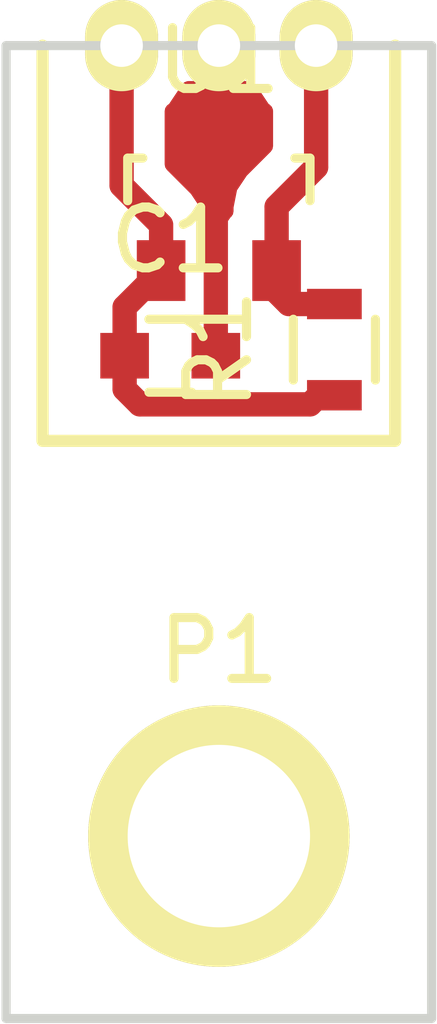
<source format=kicad_pcb>
(kicad_pcb (version 4) (host pcbnew 4.0.0-stable)

  (general
    (links 7)
    (no_connects 0)
    (area 108.924999 78.424999 116.075001 94.575001)
    (thickness 1.6)
    (drawings 14)
    (tracks 20)
    (zones 0)
    (modules 5)
    (nets 4)
  )

  (page A4)
  (layers
    (0 F.Cu signal)
    (31 B.Cu signal)
    (32 B.Adhes user)
    (33 F.Adhes user)
    (34 B.Paste user)
    (35 F.Paste user)
    (36 B.SilkS user)
    (37 F.SilkS user)
    (38 B.Mask user)
    (39 F.Mask user)
    (40 Dwgs.User user)
    (41 Cmts.User user)
    (42 Eco1.User user)
    (43 Eco2.User user)
    (44 Edge.Cuts user)
    (45 Margin user)
    (46 B.CrtYd user)
    (47 F.CrtYd user)
    (48 B.Fab user)
    (49 F.Fab user)
  )

  (setup
    (last_trace_width 0.25)
    (user_trace_width 0.4)
    (user_trace_width 0.6)
    (trace_clearance 0.2)
    (zone_clearance 0.508)
    (zone_45_only no)
    (trace_min 0.2)
    (segment_width 0.2)
    (edge_width 0.15)
    (via_size 0.6)
    (via_drill 0.4)
    (via_min_size 0.4)
    (via_min_drill 0.3)
    (uvia_size 0.3)
    (uvia_drill 0.1)
    (uvias_allowed no)
    (uvia_min_size 0.2)
    (uvia_min_drill 0.1)
    (pcb_text_width 0.3)
    (pcb_text_size 1.5 1.5)
    (mod_edge_width 0.15)
    (mod_text_size 1 1)
    (mod_text_width 0.15)
    (pad_size 4.3 4.3)
    (pad_drill 3)
    (pad_to_mask_clearance 0.2)
    (aux_axis_origin 109 78.5)
    (grid_origin 109 78.5)
    (visible_elements 7FFFFF9F)
    (pcbplotparams
      (layerselection 0x010c0_80000001)
      (usegerberextensions true)
      (excludeedgelayer true)
      (linewidth 0.100000)
      (plotframeref false)
      (viasonmask false)
      (mode 1)
      (useauxorigin true)
      (hpglpennumber 1)
      (hpglpenspeed 20)
      (hpglpendiameter 15)
      (hpglpenoverlay 2)
      (psnegative false)
      (psa4output false)
      (plotreference false)
      (plotvalue false)
      (plotinvisibletext false)
      (padsonsilk false)
      (subtractmaskfromsilk true)
      (outputformat 1)
      (mirror false)
      (drillshape 0)
      (scaleselection 1)
      (outputdirectory gerber/))
  )

  (net 0 "")
  (net 1 VCC)
  (net 2 GND)
  (net 3 /out)

  (net_class Default "This is the default net class."
    (clearance 0.2)
    (trace_width 0.25)
    (via_dia 0.6)
    (via_drill 0.4)
    (uvia_dia 0.3)
    (uvia_drill 0.1)
    (add_net /out)
    (add_net GND)
    (add_net VCC)
  )

  (module Pin_Headers:Pin_Header_Angled_1x03 (layer F.Cu) (tedit 56672F1D) (tstamp 56672725)
    (at 112.5 78.5 90)
    (descr "Through hole pin header")
    (tags "pin header")
    (path /5667232D)
    (fp_text reference P2 (at 0 -5.1 90) (layer F.SilkS)
      (effects (font (size 1 1) (thickness 0.15)))
    )
    (fp_text value "Side conns" (at 0 -3.1 90) (layer F.Fab)
      (effects (font (size 1 1) (thickness 0.15)))
    )
    (pad 1 thru_hole oval (at 0 -1.6 90) (size 1.5 1.2) (drill 0.7) (layers *.Cu *.Mask F.SilkS)
      (net 1 VCC))
    (pad 2 thru_hole oval (at 0 0 90) (size 1.5 1.2) (drill 0.7) (layers *.Cu *.Mask F.SilkS)
      (net 2 GND))
    (pad 3 thru_hole oval (at 0 1.6 90) (size 1.5 1.2) (drill 0.7) (layers *.Cu *.Mask F.SilkS)
      (net 3 /out))
    (model Pin_Headers.3dshapes/Pin_Header_Angled_1x03.wrl
      (at (xyz 0 -0.1 0))
      (scale (xyz 1 1 1))
      (rotate (xyz 0 0 90))
    )
  )

  (module Connect:1pin (layer F.Cu) (tedit 56672E13) (tstamp 5667271E)
    (at 112.5 91.5)
    (descr "module 1 pin (ou trou mecanique de percage)")
    (tags DEV)
    (path /566724B9)
    (fp_text reference P1 (at 0 -3.048) (layer F.SilkS)
      (effects (font (size 1 1) (thickness 0.15)))
    )
    (fp_text value "Screw hole" (at 0.1 -3) (layer F.Fab)
      (effects (font (size 1 1) (thickness 0.15)))
    )
    (pad 1 thru_hole circle (at 0 0) (size 4.3 4.3) (drill 3) (layers *.Cu *.Mask F.SilkS))
  )

  (module Capacitors_SMD:C_0603 (layer F.Cu) (tedit 5415D631) (tstamp 56672719)
    (at 111.7 83.6)
    (descr "Capacitor SMD 0603, reflow soldering, AVX (see smccp.pdf)")
    (tags "capacitor 0603")
    (path /56671F0C)
    (attr smd)
    (fp_text reference C1 (at 0 -1.9) (layer F.SilkS)
      (effects (font (size 1 1) (thickness 0.15)))
    )
    (fp_text value 100n (at 0 1.9) (layer F.Fab)
      (effects (font (size 1 1) (thickness 0.15)))
    )
    (fp_line (start -1.45 -0.75) (end 1.45 -0.75) (layer F.CrtYd) (width 0.05))
    (fp_line (start -1.45 0.75) (end 1.45 0.75) (layer F.CrtYd) (width 0.05))
    (fp_line (start -1.45 -0.75) (end -1.45 0.75) (layer F.CrtYd) (width 0.05))
    (fp_line (start 1.45 -0.75) (end 1.45 0.75) (layer F.CrtYd) (width 0.05))
    (fp_line (start -0.35 -0.6) (end 0.35 -0.6) (layer F.SilkS) (width 0.15))
    (fp_line (start 0.35 0.6) (end -0.35 0.6) (layer F.SilkS) (width 0.15))
    (pad 1 smd rect (at -0.75 0) (size 0.8 0.75) (layers F.Cu F.Paste F.Mask)
      (net 1 VCC))
    (pad 2 smd rect (at 0.75 0) (size 0.8 0.75) (layers F.Cu F.Paste F.Mask)
      (net 2 GND))
    (model Capacitors_SMD.3dshapes/C_0603.wrl
      (at (xyz 0 0 0))
      (scale (xyz 1 1 1))
      (rotate (xyz 0 0 0))
    )
  )

  (module Resistors_SMD:R_0603 (layer F.Cu) (tedit 5415CC62) (tstamp 5667272B)
    (at 114.4 83.5 90)
    (descr "Resistor SMD 0603, reflow soldering, Vishay (see dcrcw.pdf)")
    (tags "resistor 0603")
    (path /56671E90)
    (attr smd)
    (fp_text reference R1 (at 0 -1.9 90) (layer F.SilkS)
      (effects (font (size 1 1) (thickness 0.15)))
    )
    (fp_text value 10k (at 0 1.9 90) (layer F.Fab)
      (effects (font (size 1 1) (thickness 0.15)))
    )
    (fp_line (start -1.3 -0.8) (end 1.3 -0.8) (layer F.CrtYd) (width 0.05))
    (fp_line (start -1.3 0.8) (end 1.3 0.8) (layer F.CrtYd) (width 0.05))
    (fp_line (start -1.3 -0.8) (end -1.3 0.8) (layer F.CrtYd) (width 0.05))
    (fp_line (start 1.3 -0.8) (end 1.3 0.8) (layer F.CrtYd) (width 0.05))
    (fp_line (start 0.5 0.675) (end -0.5 0.675) (layer F.SilkS) (width 0.15))
    (fp_line (start -0.5 -0.675) (end 0.5 -0.675) (layer F.SilkS) (width 0.15))
    (pad 1 smd rect (at -0.75 0 90) (size 0.5 0.9) (layers F.Cu F.Paste F.Mask)
      (net 1 VCC))
    (pad 2 smd rect (at 0.75 0 90) (size 0.5 0.9) (layers F.Cu F.Paste F.Mask)
      (net 3 /out))
    (model Resistors_SMD.3dshapes/R_0603.wrl
      (at (xyz 0 0 0))
      (scale (xyz 1 1 1))
      (rotate (xyz 0 0 0))
    )
  )

  (module lcu03:SOT-23-wide (layer F.Cu) (tedit 56672AFF) (tstamp 566729E1)
    (at 112.5 81)
    (descr SOT-23-wide)
    (tags SOT-23-wide)
    (path /56671B77)
    (attr smd)
    (fp_text reference U1 (at 0 -2.25) (layer F.SilkS)
      (effects (font (size 1 1) (thickness 0.15)))
    )
    (fp_text value a110x (at 0 -0.1) (layer F.Fab)
      (effects (font (size 1 1) (thickness 0.15)))
    )
    (fp_line (start -1.65 -1.6) (end 1.65 -1.6) (layer F.CrtYd) (width 0.05))
    (fp_line (start 1.65 -1.6) (end 1.65 1.6) (layer F.CrtYd) (width 0.05))
    (fp_line (start 1.65 1.6) (end -1.65 1.6) (layer F.CrtYd) (width 0.05))
    (fp_line (start -1.65 1.6) (end -1.65 -1.6) (layer F.CrtYd) (width 0.05))
    (fp_line (start 1.29916 -0.65024) (end 1.2509 -0.65024) (layer F.SilkS) (width 0.15))
    (fp_line (start -1.49982 0.0508) (end -1.49982 -0.65024) (layer F.SilkS) (width 0.15))
    (fp_line (start -1.49982 -0.65024) (end -1.2509 -0.65024) (layer F.SilkS) (width 0.15))
    (fp_line (start 1.29916 -0.65024) (end 1.49982 -0.65024) (layer F.SilkS) (width 0.15))
    (fp_line (start 1.49982 -0.65024) (end 1.49982 0.0508) (layer F.SilkS) (width 0.15))
    (pad 1 smd rect (at -0.95 1.2) (size 0.8 1) (layers F.Cu F.Paste F.Mask)
      (net 1 VCC))
    (pad 2 smd rect (at 0.95 1.2) (size 0.8 1) (layers F.Cu F.Paste F.Mask)
      (net 3 /out))
    (pad 3 smd rect (at 0 -1.2) (size 0.8 1) (layers F.Cu F.Paste F.Mask)
      (net 2 GND))
    (model TO_SOT_Packages_SMD.3dshapes/SOT-23.wrl
      (at (xyz 0 0 0))
      (scale (xyz 1 1 1))
      (rotate (xyz 0 0 0))
    )
  )

  (gr_line (start 115.4 85) (end 115.4 78.5) (angle 90) (layer F.SilkS) (width 0.2))
  (gr_line (start 109.6 85) (end 115.4 85) (angle 90) (layer F.SilkS) (width 0.2))
  (gr_line (start 109.6 78.5) (end 109.6 85) (angle 90) (layer F.SilkS) (width 0.2))
  (gr_line (start 116 78.5) (end 109 78.5) (angle 90) (layer Edge.Cuts) (width 0.15))
  (gr_line (start 116 94.5) (end 116 78.5) (angle 90) (layer Edge.Cuts) (width 0.15))
  (gr_line (start 109 94.5) (end 116 94.5) (angle 90) (layer Edge.Cuts) (width 0.15))
  (gr_line (start 109 78.5) (end 109 94.5) (angle 90) (layer Edge.Cuts) (width 0.15))
  (gr_line (start 115.4 85) (end 115.4 78.5) (angle 90) (layer Dwgs.User) (width 0.2))
  (gr_line (start 109.6 85) (end 115.4 85) (angle 90) (layer Dwgs.User) (width 0.2))
  (gr_line (start 109.6 78.5) (end 109.6 85) (angle 90) (layer Dwgs.User) (width 0.2))
  (gr_line (start 109 94.5) (end 109 78.5) (angle 90) (layer Dwgs.User) (width 0.2))
  (gr_line (start 116 94.5) (end 109 94.5) (angle 90) (layer Dwgs.User) (width 0.2))
  (gr_line (start 116 78.5) (end 116 94.5) (angle 90) (layer Dwgs.User) (width 0.2))
  (gr_line (start 109 78.5) (end 116 78.5) (angle 90) (layer Dwgs.User) (width 0.2))

  (segment (start 114.4 84.25) (end 114.15 84.25) (width 0.4) (layer F.Cu) (net 1))
  (segment (start 114.15 84.25) (end 114 84.4) (width 0.4) (layer F.Cu) (net 1) (tstamp 5667383D))
  (segment (start 114 84.4) (end 111.2 84.4) (width 0.4) (layer F.Cu) (net 1) (tstamp 5667383F))
  (segment (start 111.2 84.4) (end 110.95 84.15) (width 0.4) (layer F.Cu) (net 1) (tstamp 5667337D))
  (segment (start 110.95 84.15) (end 110.95 83.6) (width 0.4) (layer F.Cu) (net 1) (tstamp 5667337E))
  (segment (start 110.95 83.6) (end 110.95 82.8) (width 0.4) (layer F.Cu) (net 1))
  (segment (start 110.95 82.8) (end 111.55 82.2) (width 0.4) (layer F.Cu) (net 1) (tstamp 56673378))
  (segment (start 111.55 82.2) (end 111.55 81.45) (width 0.4) (layer F.Cu) (net 1))
  (segment (start 111.55 81.45) (end 110.9 80.8) (width 0.4) (layer F.Cu) (net 1) (tstamp 566732F9))
  (segment (start 110.9 80.8) (end 110.9 78.5) (width 0.4) (layer F.Cu) (net 1) (tstamp 566732FA))
  (segment (start 112.45 83.6) (end 112.45 79.85) (width 0.4) (layer F.Cu) (net 2))
  (segment (start 112.45 79.85) (end 112.5 79.8) (width 0.4) (layer F.Cu) (net 2) (tstamp 56673375))
  (segment (start 112.5 78.5) (end 112.5 79.8) (width 0.4) (layer F.Cu) (net 2))
  (segment (start 114.4 82.75) (end 113.65 82.75) (width 0.4) (layer F.Cu) (net 3))
  (segment (start 113.65 82.75) (end 113.45 82.55) (width 0.4) (layer F.Cu) (net 3) (tstamp 56673837))
  (segment (start 113.45 82.55) (end 113.45 82.2) (width 0.4) (layer F.Cu) (net 3) (tstamp 56673839))
  (segment (start 114.1 78.5) (end 114.1 80.5) (width 0.4) (layer F.Cu) (net 3))
  (segment (start 114.1 80.5) (end 113.45 81.15) (width 0.4) (layer F.Cu) (net 3) (tstamp 56673307))
  (segment (start 113.45 81.15) (end 113.45 82.2) (width 0.4) (layer F.Cu) (net 3) (tstamp 56673308))
  (segment (start 113.45 82.25) (end 113.45 82.2) (width 0.4) (layer F.Cu) (net 3) (tstamp 56673304))

  (zone (net 2) (net_name GND) (layer F.Cu) (tstamp 56673390) (hatch edge 0.508)
    (connect_pads yes (clearance 0.508))
    (min_thickness 0.254)
    (fill yes (arc_segments 16) (thermal_gap 0.508) (thermal_bridge_width 0.508))
    (polygon
      (pts
        (xy 116 85.5) (xy 109 85.5) (xy 109 78.5) (xy 116 78.5) (xy 116 85.5)
      )
    )
    (filled_polygon
      (pts
        (xy 113.226723 79.550411) (xy 113.265 79.575987) (xy 113.265 80.154132) (xy 112.859566 80.559566) (xy 112.678561 80.830459)
        (xy 112.615 81.15) (xy 112.615 81.225331) (xy 112.598559 81.23591) (xy 112.499367 81.381083) (xy 112.41409 81.248559)
        (xy 112.334053 81.193872) (xy 112.321439 81.130459) (xy 112.140434 80.859566) (xy 111.735 80.454132) (xy 111.735 79.575987)
        (xy 111.773277 79.550411) (xy 112.000732 79.21) (xy 112.999268 79.21)
      )
    )
  )
  (zone (net 2) (net_name GND) (layer B.Cu) (tstamp 56673396) (hatch edge 0.508)
    (connect_pads (clearance 0.508))
    (min_thickness 0.254)
    (fill yes (arc_segments 16) (thermal_gap 0.508) (thermal_bridge_width 0.508))
    (polygon
      (pts
        (xy 116 85.5) (xy 109 85.5) (xy 109 78.5) (xy 116 78.5) (xy 116 85.5)
      )
    )
  )
  (zone (net 0) (net_name "") (layer B.Mask) (tstamp 566733A3) (hatch edge 0.508)
    (connect_pads (clearance 0.508))
    (min_thickness 0.254)
    (fill yes (arc_segments 16) (thermal_gap 0.508) (thermal_bridge_width 0.508))
    (polygon
      (pts
        (xy 111.1 84.5) (xy 110.1 84.5) (xy 110.1 83) (xy 111.1 83) (xy 111.1 84.5)
      )
    )
    (filled_polygon
      (pts
        (xy 110.973 84.373) (xy 110.227 84.373) (xy 110.227 83.127) (xy 110.973 83.127)
      )
    )
  )
  (zone (net 0) (net_name "") (layer B.Mask) (tstamp 566733A5) (hatch edge 0.508)
    (connect_pads (clearance 0.508))
    (min_thickness 0.254)
    (fill yes (arc_segments 16) (thermal_gap 0.508) (thermal_bridge_width 0.508))
    (polygon
      (pts
        (xy 111.1 81.5) (xy 110.1 81.5) (xy 110.1 80) (xy 111.1 80) (xy 111.1 81.5)
      )
    )
    (filled_polygon
      (pts
        (xy 110.973 81.373) (xy 110.227 81.373) (xy 110.227 80.127) (xy 110.973 80.127)
      )
    )
  )
  (zone (net 0) (net_name "") (layer B.Mask) (tstamp 566733A9) (hatch edge 0.508)
    (connect_pads (clearance 0.508))
    (min_thickness 0.254)
    (fill yes (arc_segments 16) (thermal_gap 0.508) (thermal_bridge_width 0.508))
    (polygon
      (pts
        (xy 114.9 81.5) (xy 113.9 81.5) (xy 113.9 80) (xy 114.9 80) (xy 114.9 81.5)
      )
    )
    (filled_polygon
      (pts
        (xy 114.773 81.373) (xy 114.027 81.373) (xy 114.027 80.127) (xy 114.773 80.127)
      )
    )
  )
  (zone (net 0) (net_name "") (layer B.Mask) (tstamp 566733A2) (hatch edge 0.508)
    (connect_pads (clearance 0.508))
    (min_thickness 0.254)
    (fill yes (arc_segments 16) (thermal_gap 0.508) (thermal_bridge_width 0.508))
    (polygon
      (pts
        (xy 114.9 84.5) (xy 113.9 84.5) (xy 113.9 83) (xy 114.9 83) (xy 114.9 84.5)
      )
    )
    (filled_polygon
      (pts
        (xy 114.773 84.373) (xy 114.027 84.373) (xy 114.027 83.127) (xy 114.773 83.127)
      )
    )
  )
)

</source>
